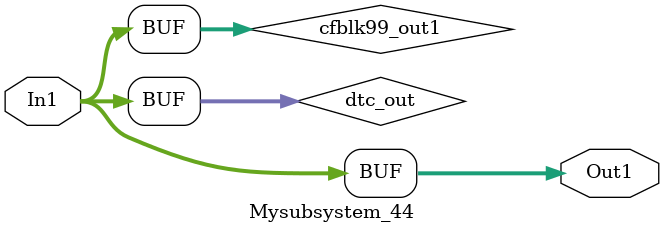
<source format=v>



`timescale 1 ns / 1 ns

module Mysubsystem_44
          (In1,
           Out1);


  input   [7:0] In1;  // uint8
  output  [7:0] Out1;  // uint8


  wire [7:0] dtc_out;  // ufix8
  wire [7:0] cfblk99_out1;  // uint8


  assign dtc_out = In1;



  assign cfblk99_out1 = dtc_out;



  assign Out1 = cfblk99_out1;

endmodule  // Mysubsystem_44


</source>
